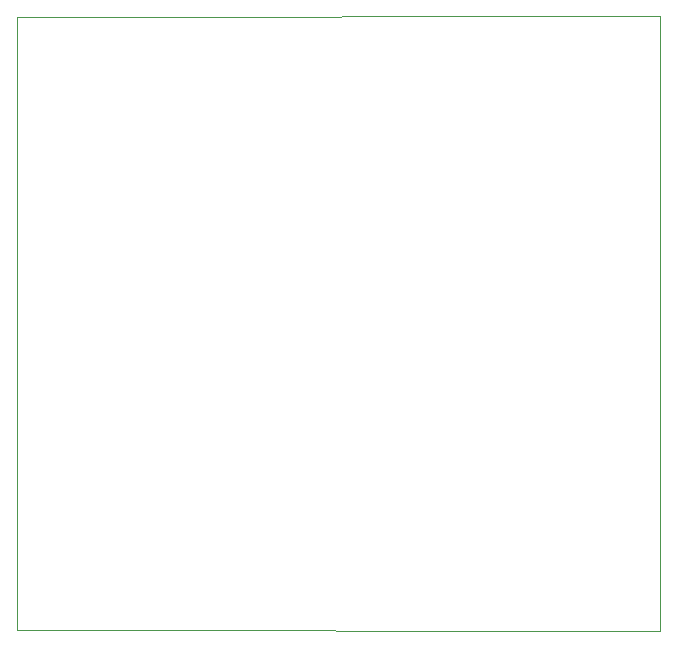
<source format=gbr>
G04 #@! TF.GenerationSoftware,KiCad,Pcbnew,(5.1.10-1-10_14)*
G04 #@! TF.CreationDate,2021-09-07T14:18:03-07:00*
G04 #@! TF.ProjectId,Caravel_pcb,43617261-7665-46c5-9f70-63622e6b6963,rev?*
G04 #@! TF.SameCoordinates,Original*
G04 #@! TF.FileFunction,Profile,NP*
%FSLAX46Y46*%
G04 Gerber Fmt 4.6, Leading zero omitted, Abs format (unit mm)*
G04 Created by KiCad (PCBNEW (5.1.10-1-10_14)) date 2021-09-07 14:18:03*
%MOMM*%
%LPD*%
G01*
G04 APERTURE LIST*
G04 #@! TA.AperFunction,Profile*
%ADD10C,0.100000*%
G04 #@! TD*
G04 APERTURE END LIST*
D10*
X107848400Y-126085600D02*
X107848400Y-74168000D01*
X162306000Y-126187200D02*
X107848400Y-126085600D01*
X162306000Y-74117200D02*
X162306000Y-126187200D01*
X107848400Y-74168000D02*
X162306000Y-74117200D01*
M02*

</source>
